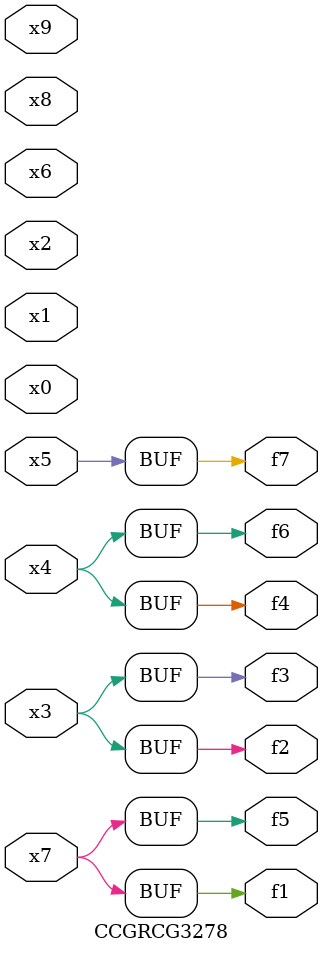
<source format=v>
module CCGRCG3278(
	input x0, x1, x2, x3, x4, x5, x6, x7, x8, x9,
	output f1, f2, f3, f4, f5, f6, f7
);
	assign f1 = x7;
	assign f2 = x3;
	assign f3 = x3;
	assign f4 = x4;
	assign f5 = x7;
	assign f6 = x4;
	assign f7 = x5;
endmodule

</source>
